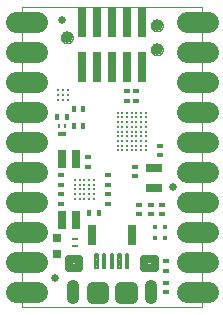
<source format=gts>
G75*
%MOIN*%
%OFA0B0*%
%FSLAX25Y25*%
%IPPOS*%
%LPD*%
%AMOC8*
5,1,8,0,0,1.08239X$1,22.5*
%
%ADD10C,0.00000*%
%ADD11R,0.01969X0.01575*%
%ADD12R,0.05512X0.02756*%
%ADD13R,0.01575X0.01969*%
%ADD14C,0.07000*%
%ADD15C,0.07000*%
%ADD16C,0.00709*%
%ADD17R,0.01772X0.01772*%
%ADD18C,0.02500*%
%ADD19R,0.02500X0.10000*%
%ADD20R,0.03150X0.06299*%
%ADD21R,0.01850X0.00827*%
%ADD22R,0.02756X0.01575*%
%ADD23R,0.00984X0.01575*%
%ADD24R,0.02756X0.02756*%
%ADD25C,0.03937*%
%ADD26C,0.04000*%
%ADD27C,0.00787*%
%ADD28C,0.02756*%
%ADD29C,0.03740*%
%ADD30R,0.03150X0.06693*%
D10*
X0008150Y0096576D02*
X0008150Y0196576D01*
X0068150Y0196576D01*
X0068150Y0096576D01*
X0008150Y0096576D01*
X0051181Y0182576D02*
X0051183Y0182664D01*
X0051189Y0182752D01*
X0051199Y0182840D01*
X0051213Y0182928D01*
X0051230Y0183014D01*
X0051252Y0183100D01*
X0051277Y0183184D01*
X0051307Y0183268D01*
X0051339Y0183350D01*
X0051376Y0183430D01*
X0051416Y0183509D01*
X0051460Y0183586D01*
X0051507Y0183661D01*
X0051557Y0183733D01*
X0051611Y0183804D01*
X0051667Y0183871D01*
X0051727Y0183937D01*
X0051789Y0183999D01*
X0051855Y0184059D01*
X0051922Y0184115D01*
X0051993Y0184169D01*
X0052065Y0184219D01*
X0052140Y0184266D01*
X0052217Y0184310D01*
X0052296Y0184350D01*
X0052376Y0184387D01*
X0052458Y0184419D01*
X0052542Y0184449D01*
X0052626Y0184474D01*
X0052712Y0184496D01*
X0052798Y0184513D01*
X0052886Y0184527D01*
X0052974Y0184537D01*
X0053062Y0184543D01*
X0053150Y0184545D01*
X0053238Y0184543D01*
X0053326Y0184537D01*
X0053414Y0184527D01*
X0053502Y0184513D01*
X0053588Y0184496D01*
X0053674Y0184474D01*
X0053758Y0184449D01*
X0053842Y0184419D01*
X0053924Y0184387D01*
X0054004Y0184350D01*
X0054083Y0184310D01*
X0054160Y0184266D01*
X0054235Y0184219D01*
X0054307Y0184169D01*
X0054378Y0184115D01*
X0054445Y0184059D01*
X0054511Y0183999D01*
X0054573Y0183937D01*
X0054633Y0183871D01*
X0054689Y0183804D01*
X0054743Y0183733D01*
X0054793Y0183661D01*
X0054840Y0183586D01*
X0054884Y0183509D01*
X0054924Y0183430D01*
X0054961Y0183350D01*
X0054993Y0183268D01*
X0055023Y0183184D01*
X0055048Y0183100D01*
X0055070Y0183014D01*
X0055087Y0182928D01*
X0055101Y0182840D01*
X0055111Y0182752D01*
X0055117Y0182664D01*
X0055119Y0182576D01*
X0055117Y0182488D01*
X0055111Y0182400D01*
X0055101Y0182312D01*
X0055087Y0182224D01*
X0055070Y0182138D01*
X0055048Y0182052D01*
X0055023Y0181968D01*
X0054993Y0181884D01*
X0054961Y0181802D01*
X0054924Y0181722D01*
X0054884Y0181643D01*
X0054840Y0181566D01*
X0054793Y0181491D01*
X0054743Y0181419D01*
X0054689Y0181348D01*
X0054633Y0181281D01*
X0054573Y0181215D01*
X0054511Y0181153D01*
X0054445Y0181093D01*
X0054378Y0181037D01*
X0054307Y0180983D01*
X0054235Y0180933D01*
X0054160Y0180886D01*
X0054083Y0180842D01*
X0054004Y0180802D01*
X0053924Y0180765D01*
X0053842Y0180733D01*
X0053758Y0180703D01*
X0053674Y0180678D01*
X0053588Y0180656D01*
X0053502Y0180639D01*
X0053414Y0180625D01*
X0053326Y0180615D01*
X0053238Y0180609D01*
X0053150Y0180607D01*
X0053062Y0180609D01*
X0052974Y0180615D01*
X0052886Y0180625D01*
X0052798Y0180639D01*
X0052712Y0180656D01*
X0052626Y0180678D01*
X0052542Y0180703D01*
X0052458Y0180733D01*
X0052376Y0180765D01*
X0052296Y0180802D01*
X0052217Y0180842D01*
X0052140Y0180886D01*
X0052065Y0180933D01*
X0051993Y0180983D01*
X0051922Y0181037D01*
X0051855Y0181093D01*
X0051789Y0181153D01*
X0051727Y0181215D01*
X0051667Y0181281D01*
X0051611Y0181348D01*
X0051557Y0181419D01*
X0051507Y0181491D01*
X0051460Y0181566D01*
X0051416Y0181643D01*
X0051376Y0181722D01*
X0051339Y0181802D01*
X0051307Y0181884D01*
X0051277Y0181968D01*
X0051252Y0182052D01*
X0051230Y0182138D01*
X0051213Y0182224D01*
X0051199Y0182312D01*
X0051189Y0182400D01*
X0051183Y0182488D01*
X0051181Y0182576D01*
X0051181Y0190576D02*
X0051183Y0190664D01*
X0051189Y0190752D01*
X0051199Y0190840D01*
X0051213Y0190928D01*
X0051230Y0191014D01*
X0051252Y0191100D01*
X0051277Y0191184D01*
X0051307Y0191268D01*
X0051339Y0191350D01*
X0051376Y0191430D01*
X0051416Y0191509D01*
X0051460Y0191586D01*
X0051507Y0191661D01*
X0051557Y0191733D01*
X0051611Y0191804D01*
X0051667Y0191871D01*
X0051727Y0191937D01*
X0051789Y0191999D01*
X0051855Y0192059D01*
X0051922Y0192115D01*
X0051993Y0192169D01*
X0052065Y0192219D01*
X0052140Y0192266D01*
X0052217Y0192310D01*
X0052296Y0192350D01*
X0052376Y0192387D01*
X0052458Y0192419D01*
X0052542Y0192449D01*
X0052626Y0192474D01*
X0052712Y0192496D01*
X0052798Y0192513D01*
X0052886Y0192527D01*
X0052974Y0192537D01*
X0053062Y0192543D01*
X0053150Y0192545D01*
X0053238Y0192543D01*
X0053326Y0192537D01*
X0053414Y0192527D01*
X0053502Y0192513D01*
X0053588Y0192496D01*
X0053674Y0192474D01*
X0053758Y0192449D01*
X0053842Y0192419D01*
X0053924Y0192387D01*
X0054004Y0192350D01*
X0054083Y0192310D01*
X0054160Y0192266D01*
X0054235Y0192219D01*
X0054307Y0192169D01*
X0054378Y0192115D01*
X0054445Y0192059D01*
X0054511Y0191999D01*
X0054573Y0191937D01*
X0054633Y0191871D01*
X0054689Y0191804D01*
X0054743Y0191733D01*
X0054793Y0191661D01*
X0054840Y0191586D01*
X0054884Y0191509D01*
X0054924Y0191430D01*
X0054961Y0191350D01*
X0054993Y0191268D01*
X0055023Y0191184D01*
X0055048Y0191100D01*
X0055070Y0191014D01*
X0055087Y0190928D01*
X0055101Y0190840D01*
X0055111Y0190752D01*
X0055117Y0190664D01*
X0055119Y0190576D01*
X0055117Y0190488D01*
X0055111Y0190400D01*
X0055101Y0190312D01*
X0055087Y0190224D01*
X0055070Y0190138D01*
X0055048Y0190052D01*
X0055023Y0189968D01*
X0054993Y0189884D01*
X0054961Y0189802D01*
X0054924Y0189722D01*
X0054884Y0189643D01*
X0054840Y0189566D01*
X0054793Y0189491D01*
X0054743Y0189419D01*
X0054689Y0189348D01*
X0054633Y0189281D01*
X0054573Y0189215D01*
X0054511Y0189153D01*
X0054445Y0189093D01*
X0054378Y0189037D01*
X0054307Y0188983D01*
X0054235Y0188933D01*
X0054160Y0188886D01*
X0054083Y0188842D01*
X0054004Y0188802D01*
X0053924Y0188765D01*
X0053842Y0188733D01*
X0053758Y0188703D01*
X0053674Y0188678D01*
X0053588Y0188656D01*
X0053502Y0188639D01*
X0053414Y0188625D01*
X0053326Y0188615D01*
X0053238Y0188609D01*
X0053150Y0188607D01*
X0053062Y0188609D01*
X0052974Y0188615D01*
X0052886Y0188625D01*
X0052798Y0188639D01*
X0052712Y0188656D01*
X0052626Y0188678D01*
X0052542Y0188703D01*
X0052458Y0188733D01*
X0052376Y0188765D01*
X0052296Y0188802D01*
X0052217Y0188842D01*
X0052140Y0188886D01*
X0052065Y0188933D01*
X0051993Y0188983D01*
X0051922Y0189037D01*
X0051855Y0189093D01*
X0051789Y0189153D01*
X0051727Y0189215D01*
X0051667Y0189281D01*
X0051611Y0189348D01*
X0051557Y0189419D01*
X0051507Y0189491D01*
X0051460Y0189566D01*
X0051416Y0189643D01*
X0051376Y0189722D01*
X0051339Y0189802D01*
X0051307Y0189884D01*
X0051277Y0189968D01*
X0051252Y0190052D01*
X0051230Y0190138D01*
X0051213Y0190224D01*
X0051199Y0190312D01*
X0051189Y0190400D01*
X0051183Y0190488D01*
X0051181Y0190576D01*
X0021181Y0186576D02*
X0021183Y0186664D01*
X0021189Y0186752D01*
X0021199Y0186840D01*
X0021213Y0186928D01*
X0021230Y0187014D01*
X0021252Y0187100D01*
X0021277Y0187184D01*
X0021307Y0187268D01*
X0021339Y0187350D01*
X0021376Y0187430D01*
X0021416Y0187509D01*
X0021460Y0187586D01*
X0021507Y0187661D01*
X0021557Y0187733D01*
X0021611Y0187804D01*
X0021667Y0187871D01*
X0021727Y0187937D01*
X0021789Y0187999D01*
X0021855Y0188059D01*
X0021922Y0188115D01*
X0021993Y0188169D01*
X0022065Y0188219D01*
X0022140Y0188266D01*
X0022217Y0188310D01*
X0022296Y0188350D01*
X0022376Y0188387D01*
X0022458Y0188419D01*
X0022542Y0188449D01*
X0022626Y0188474D01*
X0022712Y0188496D01*
X0022798Y0188513D01*
X0022886Y0188527D01*
X0022974Y0188537D01*
X0023062Y0188543D01*
X0023150Y0188545D01*
X0023238Y0188543D01*
X0023326Y0188537D01*
X0023414Y0188527D01*
X0023502Y0188513D01*
X0023588Y0188496D01*
X0023674Y0188474D01*
X0023758Y0188449D01*
X0023842Y0188419D01*
X0023924Y0188387D01*
X0024004Y0188350D01*
X0024083Y0188310D01*
X0024160Y0188266D01*
X0024235Y0188219D01*
X0024307Y0188169D01*
X0024378Y0188115D01*
X0024445Y0188059D01*
X0024511Y0187999D01*
X0024573Y0187937D01*
X0024633Y0187871D01*
X0024689Y0187804D01*
X0024743Y0187733D01*
X0024793Y0187661D01*
X0024840Y0187586D01*
X0024884Y0187509D01*
X0024924Y0187430D01*
X0024961Y0187350D01*
X0024993Y0187268D01*
X0025023Y0187184D01*
X0025048Y0187100D01*
X0025070Y0187014D01*
X0025087Y0186928D01*
X0025101Y0186840D01*
X0025111Y0186752D01*
X0025117Y0186664D01*
X0025119Y0186576D01*
X0025117Y0186488D01*
X0025111Y0186400D01*
X0025101Y0186312D01*
X0025087Y0186224D01*
X0025070Y0186138D01*
X0025048Y0186052D01*
X0025023Y0185968D01*
X0024993Y0185884D01*
X0024961Y0185802D01*
X0024924Y0185722D01*
X0024884Y0185643D01*
X0024840Y0185566D01*
X0024793Y0185491D01*
X0024743Y0185419D01*
X0024689Y0185348D01*
X0024633Y0185281D01*
X0024573Y0185215D01*
X0024511Y0185153D01*
X0024445Y0185093D01*
X0024378Y0185037D01*
X0024307Y0184983D01*
X0024235Y0184933D01*
X0024160Y0184886D01*
X0024083Y0184842D01*
X0024004Y0184802D01*
X0023924Y0184765D01*
X0023842Y0184733D01*
X0023758Y0184703D01*
X0023674Y0184678D01*
X0023588Y0184656D01*
X0023502Y0184639D01*
X0023414Y0184625D01*
X0023326Y0184615D01*
X0023238Y0184609D01*
X0023150Y0184607D01*
X0023062Y0184609D01*
X0022974Y0184615D01*
X0022886Y0184625D01*
X0022798Y0184639D01*
X0022712Y0184656D01*
X0022626Y0184678D01*
X0022542Y0184703D01*
X0022458Y0184733D01*
X0022376Y0184765D01*
X0022296Y0184802D01*
X0022217Y0184842D01*
X0022140Y0184886D01*
X0022065Y0184933D01*
X0021993Y0184983D01*
X0021922Y0185037D01*
X0021855Y0185093D01*
X0021789Y0185153D01*
X0021727Y0185215D01*
X0021667Y0185281D01*
X0021611Y0185348D01*
X0021557Y0185419D01*
X0021507Y0185491D01*
X0021460Y0185566D01*
X0021416Y0185643D01*
X0021376Y0185722D01*
X0021339Y0185802D01*
X0021307Y0185884D01*
X0021277Y0185968D01*
X0021252Y0186052D01*
X0021230Y0186138D01*
X0021213Y0186224D01*
X0021199Y0186312D01*
X0021189Y0186400D01*
X0021183Y0186488D01*
X0021181Y0186576D01*
D11*
X0043189Y0168623D03*
X0046339Y0168623D03*
X0046339Y0165473D03*
X0043189Y0165473D03*
X0054213Y0150513D03*
X0054213Y0147363D03*
X0045945Y0143426D03*
X0045945Y0140277D03*
X0036890Y0140670D03*
X0036890Y0137521D03*
X0036890Y0134371D03*
X0036890Y0131221D03*
X0047126Y0130828D03*
X0047126Y0127678D03*
X0051063Y0127678D03*
X0055000Y0127678D03*
X0055000Y0130828D03*
X0051063Y0130828D03*
X0030197Y0143426D03*
X0030197Y0146576D03*
X0021142Y0140670D03*
X0021142Y0137521D03*
X0021142Y0134371D03*
X0021142Y0131221D03*
X0056181Y0111930D03*
X0056181Y0108781D03*
X0056181Y0104844D03*
X0056181Y0101694D03*
D12*
X0052244Y0136536D03*
X0052244Y0143229D03*
D13*
X0033741Y0128072D03*
X0030591Y0128072D03*
X0028622Y0157206D03*
X0025473Y0157206D03*
X0023111Y0159962D03*
X0019961Y0159962D03*
X0025473Y0162718D03*
X0028622Y0162718D03*
D14*
X0013150Y0161576D02*
X0006150Y0161576D01*
X0006150Y0171576D02*
X0013150Y0171576D01*
X0013150Y0181576D02*
X0006150Y0181576D01*
X0006150Y0191576D02*
X0013150Y0191576D01*
X0063150Y0191576D02*
X0070150Y0191576D01*
X0070150Y0181576D02*
X0063150Y0181576D01*
X0063150Y0171576D02*
X0070150Y0171576D01*
X0070150Y0161576D02*
X0063150Y0161576D01*
X0063150Y0151576D02*
X0070150Y0151576D01*
X0070150Y0141576D02*
X0063150Y0141576D01*
X0063150Y0131576D02*
X0070150Y0131576D01*
X0070150Y0121576D02*
X0063150Y0121576D01*
X0063150Y0111576D02*
X0070150Y0111576D01*
X0070150Y0101576D02*
X0063150Y0101576D01*
X0013150Y0101576D02*
X0006150Y0101576D01*
X0006150Y0111576D02*
X0013150Y0111576D01*
X0013150Y0121576D02*
X0006150Y0121576D01*
X0006150Y0131576D02*
X0013150Y0131576D01*
X0013150Y0141576D02*
X0006150Y0141576D01*
X0006150Y0151576D02*
X0013150Y0151576D01*
D15*
X0008150Y0151576D03*
X0008150Y0141576D03*
X0008150Y0131576D03*
X0008150Y0121576D03*
X0008150Y0111576D03*
X0008150Y0101576D03*
X0068150Y0101576D03*
X0068150Y0111576D03*
X0068150Y0121576D03*
X0068150Y0131576D03*
X0068150Y0141576D03*
X0068150Y0151576D03*
X0068150Y0161576D03*
X0068150Y0171576D03*
X0068150Y0181576D03*
X0068150Y0191576D03*
X0008150Y0191576D03*
X0008150Y0181576D03*
X0008150Y0171576D03*
X0008150Y0161576D03*
D16*
X0020355Y0165867D03*
X0021930Y0165867D03*
X0023504Y0165867D03*
X0023504Y0167442D03*
X0021930Y0167442D03*
X0021930Y0169017D03*
X0023504Y0169017D03*
X0020355Y0169017D03*
X0020355Y0167442D03*
X0040040Y0161536D03*
X0040040Y0159962D03*
X0041615Y0159962D03*
X0043189Y0159962D03*
X0043189Y0161536D03*
X0041615Y0161536D03*
X0044764Y0161536D03*
X0044764Y0159962D03*
X0046339Y0159962D03*
X0046339Y0161536D03*
X0047914Y0161536D03*
X0047914Y0159962D03*
X0049489Y0159962D03*
X0049489Y0161536D03*
X0049489Y0158387D03*
X0049489Y0156812D03*
X0049489Y0155237D03*
X0049489Y0153662D03*
X0049489Y0152088D03*
X0049489Y0150513D03*
X0049489Y0148938D03*
X0047914Y0148938D03*
X0047914Y0150513D03*
X0047914Y0152088D03*
X0047914Y0153662D03*
X0046339Y0153662D03*
X0046339Y0152088D03*
X0044764Y0152088D03*
X0044764Y0153662D03*
X0043189Y0153662D03*
X0043189Y0152088D03*
X0041615Y0152088D03*
X0041615Y0153662D03*
X0040040Y0153662D03*
X0040040Y0152088D03*
X0040040Y0150513D03*
X0041615Y0150513D03*
X0043189Y0150513D03*
X0043189Y0148938D03*
X0041615Y0148938D03*
X0040040Y0148938D03*
X0044764Y0148938D03*
X0044764Y0150513D03*
X0046339Y0150513D03*
X0046339Y0148938D03*
X0046339Y0155237D03*
X0047914Y0155237D03*
X0047914Y0156812D03*
X0047914Y0158387D03*
X0046339Y0158387D03*
X0044764Y0158387D03*
X0043189Y0158387D03*
X0041615Y0158387D03*
X0041615Y0156812D03*
X0043189Y0156812D03*
X0043189Y0155237D03*
X0041615Y0155237D03*
X0040040Y0155237D03*
X0040040Y0156812D03*
X0040040Y0158387D03*
X0044764Y0156812D03*
X0044764Y0155237D03*
X0046339Y0156812D03*
X0032166Y0139095D03*
X0032166Y0137521D03*
X0030591Y0137521D03*
X0030591Y0139095D03*
X0029016Y0139095D03*
X0029016Y0137521D03*
X0027441Y0137521D03*
X0025867Y0137521D03*
X0025867Y0139095D03*
X0027441Y0139095D03*
X0027441Y0135946D03*
X0025867Y0135946D03*
X0025867Y0134371D03*
X0027441Y0134371D03*
X0027441Y0132796D03*
X0025867Y0132796D03*
X0029016Y0132796D03*
X0030591Y0132796D03*
X0032166Y0132796D03*
X0032166Y0134371D03*
X0032166Y0135946D03*
X0030591Y0135946D03*
X0029016Y0135946D03*
X0029016Y0134371D03*
X0030591Y0134371D03*
D17*
X0052477Y0123249D03*
X0055823Y0123249D03*
X0055823Y0119903D03*
X0052477Y0119903D03*
D18*
X0058386Y0136733D03*
X0019174Y0106418D03*
X0021693Y0192245D03*
D19*
X0028150Y0191576D03*
X0033150Y0191576D03*
X0038150Y0191576D03*
X0043150Y0191576D03*
X0048150Y0191576D03*
X0048150Y0176576D03*
X0043150Y0176576D03*
X0038150Y0176576D03*
X0033150Y0176576D03*
X0028150Y0176576D03*
D20*
X0026260Y0146182D03*
X0021536Y0146182D03*
X0021536Y0125710D03*
X0026260Y0125710D03*
D21*
X0025867Y0119529D03*
X0025867Y0116930D03*
D22*
X0021536Y0154253D03*
D23*
X0022422Y0157009D03*
X0020650Y0157009D03*
D24*
X0019961Y0119804D03*
X0019961Y0114292D03*
D25*
X0053150Y0182576D03*
X0053150Y0190576D03*
X0023150Y0186576D03*
D26*
X0025158Y0103576D02*
X0025158Y0099576D01*
X0051142Y0099576D02*
X0051142Y0103576D01*
D27*
X0043662Y0114371D02*
X0042874Y0114371D01*
X0043662Y0114371D02*
X0043662Y0109843D01*
X0042874Y0109843D01*
X0042874Y0114371D01*
X0042874Y0110629D02*
X0043662Y0110629D01*
X0043662Y0111415D02*
X0042874Y0111415D01*
X0042874Y0112201D02*
X0043662Y0112201D01*
X0043662Y0112987D02*
X0042874Y0112987D01*
X0042874Y0113773D02*
X0043662Y0113773D01*
X0041103Y0114371D02*
X0040315Y0114371D01*
X0041103Y0114371D02*
X0041103Y0109843D01*
X0040315Y0109843D01*
X0040315Y0114371D01*
X0040315Y0110629D02*
X0041103Y0110629D01*
X0041103Y0111415D02*
X0040315Y0111415D01*
X0040315Y0112201D02*
X0041103Y0112201D01*
X0041103Y0112987D02*
X0040315Y0112987D01*
X0040315Y0113773D02*
X0041103Y0113773D01*
X0038544Y0114371D02*
X0037756Y0114371D01*
X0038544Y0114371D02*
X0038544Y0109843D01*
X0037756Y0109843D01*
X0037756Y0114371D01*
X0037756Y0110629D02*
X0038544Y0110629D01*
X0038544Y0111415D02*
X0037756Y0111415D01*
X0037756Y0112201D02*
X0038544Y0112201D01*
X0038544Y0112987D02*
X0037756Y0112987D01*
X0037756Y0113773D02*
X0038544Y0113773D01*
X0035985Y0114371D02*
X0035197Y0114371D01*
X0035985Y0114371D02*
X0035985Y0109843D01*
X0035197Y0109843D01*
X0035197Y0114371D01*
X0035197Y0110629D02*
X0035985Y0110629D01*
X0035985Y0111415D02*
X0035197Y0111415D01*
X0035197Y0112201D02*
X0035985Y0112201D01*
X0035985Y0112987D02*
X0035197Y0112987D01*
X0035197Y0113773D02*
X0035985Y0113773D01*
X0033426Y0114371D02*
X0032638Y0114371D01*
X0033426Y0114371D02*
X0033426Y0109843D01*
X0032638Y0109843D01*
X0032638Y0114371D01*
X0032638Y0110629D02*
X0033426Y0110629D01*
X0033426Y0111415D02*
X0032638Y0111415D01*
X0032638Y0112201D02*
X0033426Y0112201D01*
X0033426Y0112987D02*
X0032638Y0112987D01*
X0032638Y0113773D02*
X0033426Y0113773D01*
D28*
X0027323Y0112599D02*
X0027323Y0109843D01*
X0023781Y0109843D01*
X0023781Y0112599D01*
X0027323Y0112599D01*
X0027323Y0112598D02*
X0023781Y0112598D01*
X0052519Y0112599D02*
X0052519Y0109843D01*
X0048977Y0109843D01*
X0048977Y0112599D01*
X0052519Y0112599D01*
X0052519Y0112598D02*
X0048977Y0112598D01*
D29*
X0044744Y0099706D02*
X0041004Y0099706D01*
X0041004Y0103446D01*
X0044744Y0103446D01*
X0044744Y0099706D01*
X0044744Y0103445D02*
X0041004Y0103445D01*
X0035296Y0099706D02*
X0031556Y0099706D01*
X0031556Y0103446D01*
X0035296Y0103446D01*
X0035296Y0099706D01*
X0035296Y0103445D02*
X0031556Y0103445D01*
D30*
X0031457Y0120576D03*
X0044843Y0120576D03*
M02*

</source>
